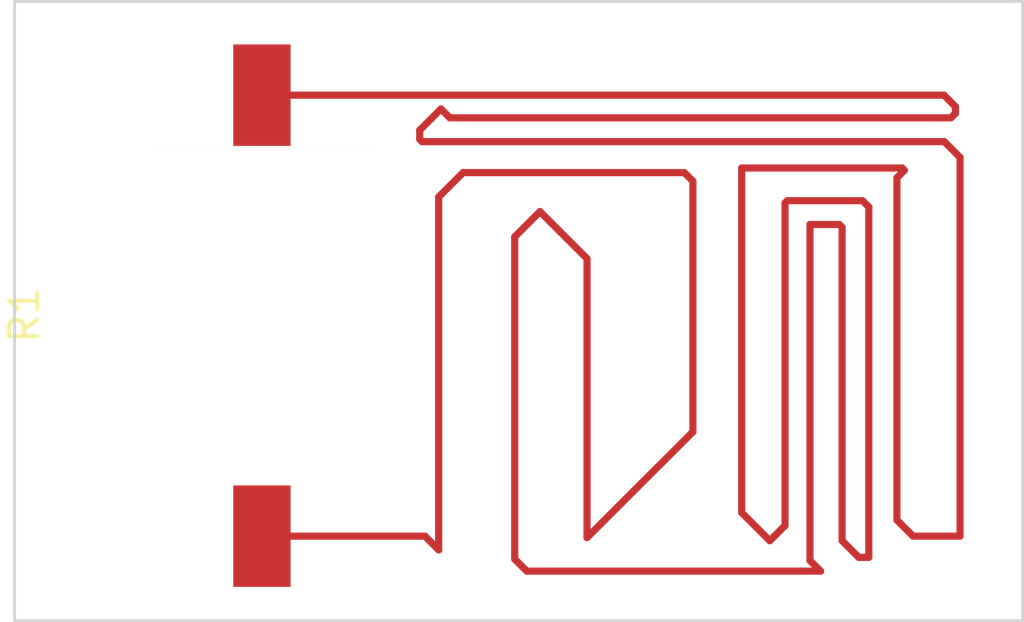
<source format=kicad_pcb>
(kicad_pcb (version 20211014) (generator pcbnew)
  (layers (0 "F.Cu" signal) (31 "B.Cu" signal) (34 "B.Paste" user) (35 "F.Paste" user) (36 "B.SilkS" user "B.Silkscreen") (37 "F.SilkS" user "F.Silkscreen") (38 "B.Mask" user) (39 "F.Mask" user) (44 "Edge.Cuts" user))
  (net 0 "")
  (net 1 "Net-(R1-Pad1)")
  (footprint "4DPrinting:switch" (layer "F.Cu") (at 128.49 90.08 90)
    (fp_text reference "R1" (at 0.02 -8.28 90 unlocked) (layer "F.SilkS"))
    (fp_text value "R")
    (fp_rect (start -5.95 4.1) (end 5.95 -4.1) (layer "F.SilkS") (width 0.001) (fill none))
    (pad "1" smd rect (at -7.69 0 90) (size 3.54 2) (layers "F.Cu" "F.Paste" "F.Mask") (net 1 "Net-(R1-Pad1)"))
    (pad "2" smd rect (at 7.69 0 90) (size 3.54 2) (layers "F.Cu" "F.Paste" "F.Mask") (net 1 "Net-(R1-Pad1)"))
  )
  (gr_rect (start 119.87 79.12) (end 155 100.72) (layer "Edge.Cuts") (width 0.1) (fill none))
  (segment (start 149.42 86.07) (end 149.64 86.29) (width 0.25) (layer "F.Cu") (net 1))
  (segment (start 152.5 83.18) (end 135.04 83.18) (width 0.25) (layer "F.Cu") (net 1))
  (segment (start 146.19 97.93) (end 146.72 97.4) (width 0.25) (layer "F.Cu") (net 1))
  (segment (start 139.82 97.82) (end 143.51 94.13) (width 0.25) (layer "F.Cu") (net 1))
  (segment (start 147.96 98.99) (end 137.72 98.99) (width 0.25) (layer "F.Cu") (net 1))
  (segment (start 143.51 94.13) (end 143.51 85.39) (width 0.25) (layer "F.Cu") (net 1))
  (segment (start 134.73 82.87) (end 133.99 83.61) (width 0.25) (layer "F.Cu") (net 1))
  (segment (start 138.18 86.45) (end 139.82 88.09) (width 0.25) (layer "F.Cu") (net 1))
  (segment (start 147.59 98.62) (end 147.96 98.99) (width 0.25) (layer "F.Cu") (net 1))
  (segment (start 133.99 83.61) (end 133.99 83.93) (width 0.25) (layer "F.Cu") (net 1))
  (segment (start 152.27 84.01) (end 152.82 84.56) (width 0.25) (layer "F.Cu") (net 1))
  (segment (start 152.82 97.77) (end 151.18 97.77) (width 0.25) (layer "F.Cu") (net 1))
  (segment (start 137.3 87.33) (end 138.18 86.45) (width 0.25) (layer "F.Cu") (net 1))
  (segment (start 137.72 98.99) (end 137.3 98.57) (width 0.25) (layer "F.Cu") (net 1))
  (segment (start 152.26 82.39) (end 152.66 82.79) (width 0.25) (layer "F.Cu") (net 1))
  (segment (start 147.59 86.9) (end 147.59 98.62) (width 0.25) (layer "F.Cu") (net 1))
  (segment (start 143.51 85.39) (end 143.21 85.09) (width 0.25) (layer "F.Cu") (net 1))
  (segment (start 133.99 83.93) (end 134.07 84.01) (width 0.25) (layer "F.Cu") (net 1))
  (segment (start 134.07 84.01) (end 152.27 84.01) (width 0.25) (layer "F.Cu") (net 1))
  (segment (start 150.62 97.21) (end 150.62 85.27) (width 0.25) (layer "F.Cu") (net 1))
  (segment (start 146.72 97.4) (end 146.72 86.15) (width 0.25) (layer "F.Cu") (net 1))
  (segment (start 134.65 85.94) (end 134.65 98.25) (width 0.25) (layer "F.Cu") (net 1))
  (segment (start 145.21 96.95) (end 146.19 97.93) (width 0.25) (layer "F.Cu") (net 1))
  (segment (start 134.17 97.77) (end 128.49 97.77) (width 0.25) (layer "F.Cu") (net 1))
  (segment (start 151.18 97.77) (end 150.62 97.21) (width 0.25) (layer "F.Cu") (net 1))
  (segment (start 139.82 88.09) (end 139.82 97.82) (width 0.25) (layer "F.Cu") (net 1))
  (segment (start 150.62 85.27) (end 150.88 85.01) (width 0.25) (layer "F.Cu") (net 1))
  (segment (start 143.21 85.09) (end 135.5 85.09) (width 0.25) (layer "F.Cu") (net 1))
  (segment (start 149.29 98.51) (end 148.71 97.93) (width 0.25) (layer "F.Cu") (net 1))
  (segment (start 149.64 86.29) (end 149.64 98.51) (width 0.25) (layer "F.Cu") (net 1))
  (segment (start 148.71 87) (end 148.61 86.9) (width 0.25) (layer "F.Cu") (net 1))
  (segment (start 148.61 86.9) (end 147.59 86.9) (width 0.25) (layer "F.Cu") (net 1))
  (segment (start 148.71 97.93) (end 148.71 87) (width 0.25) (layer "F.Cu") (net 1))
  (segment (start 152.66 82.79) (end 152.66 83.02) (width 0.25) (layer "F.Cu") (net 1))
  (segment (start 146.72 86.15) (end 146.8 86.07) (width 0.25) (layer "F.Cu") (net 1))
  (segment (start 149.64 98.51) (end 149.29 98.51) (width 0.25) (layer "F.Cu") (net 1))
  (segment (start 145.21 84.93) (end 145.21 96.95) (width 0.25) (layer "F.Cu") (net 1))
  (segment (start 135.5 85.09) (end 134.65 85.94) (width 0.25) (layer "F.Cu") (net 1))
  (segment (start 150.8 84.93) (end 145.21 84.93) (width 0.25) (layer "F.Cu") (net 1))
  (segment (start 150.88 85.01) (end 150.8 84.93) (width 0.25) (layer "F.Cu") (net 1))
  (segment (start 152.66 83.02) (end 152.5 83.18) (width 0.25) (layer "F.Cu") (net 1))
  (segment (start 152.82 84.56) (end 152.82 97.77) (width 0.25) (layer "F.Cu") (net 1))
  (segment (start 128.49 82.39) (end 152.26 82.39) (width 0.25) (layer "F.Cu") (net 1))
  (segment (start 146.8 86.07) (end 149.42 86.07) (width 0.25) (layer "F.Cu") (net 1))
  (segment (start 134.65 98.25) (end 134.17 97.77) (width 0.25) (layer "F.Cu") (net 1))
  (segment (start 135.04 83.18) (end 134.73 82.87) (width 0.25) (layer "F.Cu") (net 1))
  (segment (start 137.3 98.57) (end 137.3 87.33) (width 0.25) (layer "F.Cu") (net 1))
)
</source>
